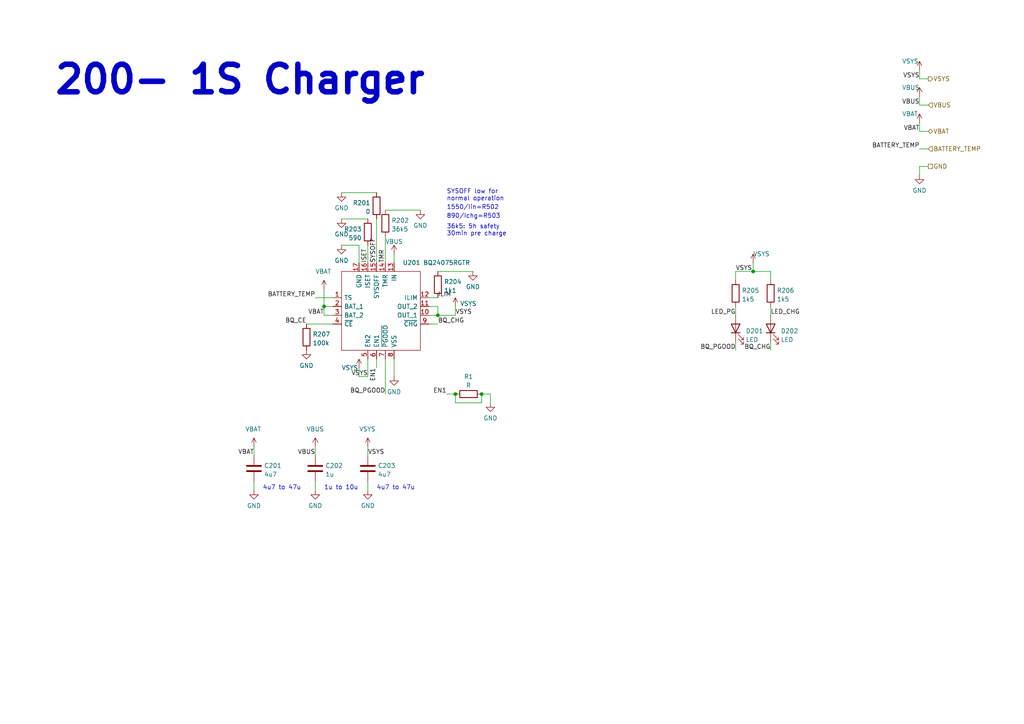
<source format=kicad_sch>
(kicad_sch (version 20230121) (generator eeschema)
  (paper "A4")
  (title_block (title "PSoM - ESP S3") (date "2023-04-17") (rev "HW00") (company "PumaCorp") (comment 1 "Design by: NdG"))
  (lib_symbols
    (symbol "Component lib:BQ24075RGTR" (pin_names (offset 0.762))
      (property "Reference" "U" (at 0 10.16 0))
      (property "Value" "BQ24075RGTR" (at 20.32 10.16 0))
      (symbol "BQ24075RGTR_0_0"
        (pin passive line (at 0 0 0) (length 2.54) (name "TS") (number "1"))
        (pin passive line (at 27.94 -5.08 180) (length 2.54) (name "OUT_1") (number "10"))
        (pin passive line (at 27.94 -2.54 180) (length 2.54) (name "OUT_2") (number "11"))
        (pin passive line (at 27.94 0 180) (length 2.54) (name "ILIM") (number "12"))
        (pin passive line (at 17.78 10.16 270) (length 2.54) (name "IN") (number "13"))
        (pin passive line (at 15.24 10.16 270) (length 2.54) (name "TMR") (number "14"))
        (pin passive line (at 12.7 10.16 270) (length 2.54) (name "SYSOFF") (number "15"))
        (pin passive line (at 10.16 10.16 270) (length 2.54) (name "ISET") (number "16"))
        (pin passive line (at 7.62 10.16 270) (length 2.54) (name "GND") (number "17"))
        (pin passive line (at 0 -2.54 0) (length 2.54) (name "BAT_1") (number "2"))
        (pin passive line (at 0 -5.08 0) (length 2.54) (name "BAT_2") (number "3"))
        (pin passive line (at 0 -7.62 0) (length 2.54) (name "~{CE}") (number "4"))
        (pin passive line (at 10.16 -17.78 90) (length 2.54) (name "EN2") (number "5"))
        (pin passive line (at 12.7 -17.78 90) (length 2.54) (name "EN1") (number "6"))
        (pin passive line (at 15.24 -17.78 90) (length 2.54) (name "~{PGOOD}") (number "7"))
        (pin passive line (at 17.78 -17.78 90) (length 2.54) (name "VSS") (number "8"))
        (pin passive line (at 27.94 -7.62 180) (length 2.54) (name "~{CHG}") (number "9"))
      )
      (symbol "BQ24075RGTR_0_1"
        (rectangle (start 2.54 7.62) (end 25.4 -15.24) (stroke (width 0.1524)))
      )
    )
    (symbol "Component lib:C" (pin_numbers hide) (pin_names (offset 0.254))
      (property "Reference" "C" (at 0.635 -1.27 0))
      (property "Value" "C" (at 0.635 -6.35 0))
      (symbol "C_0_1"
        (polyline (pts (xy -2.032 -4.572) (xy 2.032 -4.572)) (stroke (width 0.508)))
        (polyline (pts (xy -2.032 -3.048) (xy 2.032 -3.048)) (stroke (width 0.508)))
      )
      (symbol "C_1_1"
        (pin passive line (at 0 0 270) (length 2.794) (name "~") (number "1"))
        (pin passive line (at 0 -7.62 90) (length 2.794) (name "~") (number "2"))
      )
    )
    (symbol "Component lib:VBAT" (power) (pin_numbers hide) (in_bom no) (on_board no)
      (property "Value" "VBAT" (at 0 3.81 0))
      (symbol "VBAT_0_0"
        (pin passive line (at 0 0 90) (length 2.54) hide (name "") (number ""))
      )
      (symbol "VBAT_0_1"
        (polyline (pts (xy 0 0) (xy 0 2.54) (xy 0.635 1.27) (xy 0 2.54) (xy -0.635 1.27)) (stroke (width 0.1524)))
      )
    )
    (symbol "Component lib:VSYS" (power) (pin_numbers hide) (in_bom no) (on_board no)
      (property "Value" "VSYS" (at 0 3.81 0))
      (symbol "VSYS_0_0"
        (pin passive line (at 0 0 90) (length 2.54) hide (name "") (number ""))
      )
      (symbol "VSYS_0_1"
        (polyline (pts (xy 0 0) (xy 0 2.54) (xy 0.635 1.27) (xy 0 2.54) (xy -0.635 1.27)) (stroke (width 0.1524)))
      )
    )
    (symbol "Component_lib:LED" (pin_numbers hide) (pin_names (offset 1.016) hide)
      (property "Reference" "D" (at 3.81 2.54 0))
      (property "Value" "LED" (at 3.81 -2.54 0))
      (symbol "LED_0_1"
        (polyline (pts (xy 2.54 -1.27) (xy 2.54 1.27)) (stroke (width 0.254)))
        (polyline (pts (xy 2.54 0) (xy 5.08 0)))
        (polyline (pts (xy 5.08 -1.27) (xy 5.08 1.27) (xy 2.54 0) (xy 5.08 -1.27)) (stroke (width 0.254)))
        (polyline (pts (xy 0.762 -0.762) (xy -0.762 -2.286) (xy 0 -2.286) (xy -0.762 -2.286) (xy -0.762 -1.524)))
        (polyline (pts (xy 2.032 -0.762) (xy 0.508 -2.286) (xy 1.27 -2.286) (xy 0.508 -2.286) (xy 0.508 -1.524)))
      )
      (symbol "LED_1_1"
        (pin passive line (at 0 0 0) (length 2.54) (name "K") (number "1"))
        (pin passive line (at 7.62 0 180) (length 2.54) (name "A") (number "2"))
      )
    )
    (symbol "Component_lib:R" (pin_numbers hide) (pin_names (offset 0))
      (property "Reference" "R" (at 2.032 -3.81 90))
      (property "Value" "R" (at 0 -3.81 90))
      (symbol "R_0_1"
        (rectangle (start -1.016 -6.35) (end 1.016 -1.27) (stroke (width 0.254)))
      )
      (symbol "R_1_1"
        (pin passive line (at 0 0 270) (length 1.27) (name "~") (number "1"))
        (pin passive line (at 0 -7.62 90) (length 1.27) (name "~") (number "2"))
      )
    )
    (symbol "power:GND" (power) (pin_names (offset 0))
      (property "Value" "GND" (at 0 -3.81 0))
      (symbol "GND_0_1"
        (polyline (pts (xy 0 0) (xy 0 -1.27) (xy 1.27 -1.27) (xy 0 -2.54) (xy -1.27 -1.27) (xy 0 -1.27)))
      )
      (symbol "GND_1_1"
        (pin power_in line (at 0 0 270) (length 0) hide (name "GND") (number "1"))
      )
    )
    (symbol "power:VBUS" (power) (pin_names (offset 0))
      (property "Value" "VBUS" (at 0 3.81 0))
      (symbol "VBUS_0_1"
        (polyline (pts (xy -0.762 1.27) (xy 0 2.54)))
        (polyline (pts (xy 0 0) (xy 0 2.54)))
        (polyline (pts (xy 0 2.54) (xy 0.762 1.27)))
      )
      (symbol "VBUS_1_1"
        (pin power_in line (at 0 0 90) (length 0) hide (name "VBUS") (number "1"))
      )
    )
  )
  (junction (at 218.44 78.74))
  (junction (at 132.08 114.3))
  (junction (at 93.98 88.9))
  (junction (at 139.7 114.3))
  (junction (at 127 91.44))
  (wire (pts (xy 139.7 116.84) (xy 139.7 114.3)))
  (wire (pts (xy 266.7 43.18) (xy 269.24 43.18)))
  (wire (pts (xy 132.08 114.3) (xy 132.08 116.84)))
  (wire (pts (xy 104.14 71.12) (xy 104.14 76.2)))
  (wire (pts (xy 104.14 109.22) (xy 104.14 106.68)))
  (wire (pts (xy 106.68 129.54) (xy 106.68 132.08)))
  (wire (pts (xy 132.08 116.84) (xy 139.7 116.84)))
  (wire (pts (xy 124.46 88.9) (xy 127 88.9)))
  (wire (pts (xy 139.7 114.3) (xy 142.24 114.3)))
  (wire (pts (xy 213.36 99.06) (xy 213.36 101.6)))
  (wire (pts (xy 111.76 104.14) (xy 111.76 114.3)))
  (wire (pts (xy 73.66 142.24) (xy 73.66 139.7)))
  (wire (pts (xy 111.76 60.96) (xy 121.92 60.96)))
  (wire (pts (xy 269.24 48.26) (xy 266.7 48.26)))
  (wire (pts (xy 269.24 38.1) (xy 266.7 38.1)))
  (wire (pts (xy 114.3 73.66) (xy 114.3 76.2)))
  (wire (pts (xy 111.76 68.58) (xy 111.76 76.2)))
  (wire (pts (xy 129.54 114.3) (xy 132.08 114.3)))
  (wire (pts (xy 93.98 88.9) (xy 93.98 91.44)))
  (wire (pts (xy 266.7 38.1) (xy 266.7 35.56)))
  (wire (pts (xy 91.44 86.36) (xy 96.52 86.36)))
  (wire (pts (xy 91.44 129.54) (xy 91.44 132.08)))
  (wire (pts (xy 266.7 48.26) (xy 266.7 50.8)))
  (wire (pts (xy 213.36 78.74) (xy 218.44 78.74)))
  (wire (pts (xy 266.7 30.48) (xy 266.7 27.94)))
  (wire (pts (xy 93.98 83.82) (xy 93.98 88.9)))
  (wire (pts (xy 218.44 76.2) (xy 218.44 78.74)))
  (wire (pts (xy 127 88.9) (xy 127 91.44)))
  (wire (pts (xy 127 78.74) (xy 137.16 78.74)))
  (wire (pts (xy 99.06 55.88) (xy 109.22 55.88)))
  (wire (pts (xy 91.44 142.24) (xy 91.44 139.7)))
  (wire (pts (xy 218.44 78.74) (xy 223.52 78.74)))
  (wire (pts (xy 269.24 30.48) (xy 266.7 30.48)))
  (wire (pts (xy 99.06 63.5) (xy 106.68 63.5)))
  (wire (pts (xy 88.9 93.98) (xy 96.52 93.98)))
  (wire (pts (xy 124.46 86.36) (xy 127 86.36)))
  (wire (pts (xy 73.66 129.54) (xy 73.66 132.08)))
  (wire (pts (xy 124.46 93.98) (xy 127 93.98)))
  (wire (pts (xy 114.3 104.14) (xy 114.3 109.22)))
  (wire (pts (xy 124.46 91.44) (xy 127 91.44)))
  (wire (pts (xy 142.24 114.3) (xy 142.24 116.84)))
  (wire (pts (xy 106.68 142.24) (xy 106.68 139.7)))
  (wire (pts (xy 109.22 63.5) (xy 109.22 76.2)))
  (wire (pts (xy 106.68 109.22) (xy 106.68 104.14)))
  (wire (pts (xy 223.52 78.74) (xy 223.52 81.28)))
  (wire (pts (xy 96.52 88.9) (xy 93.98 88.9)))
  (wire (pts (xy 266.7 22.86) (xy 266.7 20.32)))
  (wire (pts (xy 223.52 99.06) (xy 223.52 101.6)))
  (wire (pts (xy 213.36 81.28) (xy 213.36 78.74)))
  (wire (pts (xy 132.08 91.44) (xy 132.08 88.9)))
  (wire (pts (xy 104.14 109.22) (xy 106.68 109.22)))
  (wire (pts (xy 109.22 104.14) (xy 109.22 106.68)))
  (wire (pts (xy 127 91.44) (xy 132.08 91.44)))
  (wire (pts (xy 213.36 91.44) (xy 213.36 88.9)))
  (wire (pts (xy 93.98 91.44) (xy 96.52 91.44)))
  (wire (pts (xy 269.24 22.86) (xy 266.7 22.86)))
  (wire (pts (xy 106.68 71.12) (xy 106.68 76.2)))
  (wire (pts (xy 99.06 71.12) (xy 104.14 71.12)))
  (wire (pts (xy 223.52 91.44) (xy 223.52 88.9)))
  (text "890/Ichg=R503" (at 129.54 63.5 0) (effects (font (size 1.27 1.27)) (justify left bottom)))
  (text "200- 1S Charger" (at 15.24 27.94 0) (effects (font (size 8 8) (thickness 1.6) bold) (justify left bottom)))
  (text "4u7 to 47u" (at 109.22 142.24 0) (effects (font (size 1.27 1.27)) (justify left bottom)))
  (text "1u to 10u" (at 93.98 142.24 0) (effects (font (size 1.27 1.27)) (justify left bottom)))
  (text "SYSOFF low for \nnormal operation\n" (at 129.54 58.42 0) (effects (font (size 1.27 1.27)) (justify left bottom)))
  (text "4u7 to 47u" (at 76.2 142.24 0) (effects (font (size 1.27 1.27)) (justify left bottom)))
  (text "36k5: 5h safety \n30min pre charge" (at 129.54 68.58 0) (effects (font (size 1.27 1.27)) (justify left bottom)))
  (text "1550/Iin=R502" (at 129.54 60.96 0) (effects (font (size 1.27 1.27)) (justify left bottom)))
  (label "LED_PG" (at 213.36 91.44 180))
  (label "ILIM" (at 127 86.36 0))
  (label "EN1" (at 129.54 114.3 180))
  (label "BQ_PGOOD" (at 111.76 114.3 180))
  (label "VSYS" (at 132.08 91.44 0))
  (label "BQ_CHG" (at 223.52 101.6 180))
  (label "VBUS" (at 266.7 30.48 180))
  (label "VBUS" (at 91.44 132.08 180))
  (label "VSYS" (at 213.36 78.74 0))
  (label "VSYS" (at 106.68 132.08 0))
  (label "LED_CHG" (at 223.52 91.44 0))
  (label "VBAT" (at 73.66 132.08 180))
  (label "BQ_PGOOD" (at 213.36 101.6 180))
  (label "TMR" (at 111.76 76.2 90))
  (label "BATTERY_TEMP" (at 91.44 86.36 180))
  (label "BATTERY_TEMP" (at 266.7 43.18 180))
  (label "EN1" (at 109.22 106.68 270))
  (label "BQ_CHG" (at 127 93.98 0))
  (label "VBAT" (at 266.7 38.1 180))
  (label "VBAT" (at 93.98 91.44 180))
  (label "BQ_CE" (at 88.9 93.98 180))
  (label "ISET" (at 106.68 76.2 90))
  (label "VSYS" (at 106.68 109.22 180))
  (label "SYSOFF" (at 109.22 76.2 90))
  (label "VSYS" (at 266.7 22.86 180))
  (hierarchical_label "BATTERY_TEMP" (shape input) (at 269.24 43.18 0))
  (hierarchical_label "VBAT" (shape bidirectional) (at 269.24 38.1 0))
  (hierarchical_label "VSYS" (shape output) (at 269.24 22.86 0))
  (hierarchical_label "GND" (shape passive) (at 269.24 48.26 0))
  (hierarchical_label "VBUS" (shape input) (at 269.24 30.48 0))
  (symbol (lib_id "power:GND") (at 99.06 63.5 0) (unit 1)
    (property "Reference" "#PWR0205" (effects hide))
    (property "Value" "GND" (at 99.06 67.9434 0))
  )
  (symbol (lib_id "Component lib:VBAT") (at 266.7 35.56 0) (unit 1) (in_bom no) (on_board no)
    (property "Reference" "#VBAT0201" (effects hide))
    (property "Value" "VBAT" (at 261.62 33.02 0) (effects (justify left)))
  )
  (symbol (lib_id "power:VBUS") (at 266.7 27.94 0) (unit 1)
    (property "Reference" "#PWR0201" (effects hide))
    (property "Value" "VBUS" (at 264.16 25.4 0))
  )
  (symbol (lib_id "Component_lib:R") (at 111.76 68.58 180) (unit 1)
    (property "Reference" "R202" (at 113.538 63.9353 0) (effects (justify right)))
    (property "Value" "36k5" (at 113.538 66.4722 0) (effects (justify right)))
    (property "Footprint" "Resistor_SMD:R_0402_1005Metric" (effects hide))
  )
  (symbol (lib_id "Component_lib:R") (at 106.68 71.12 0) (mirror x) (unit 1)
    (property "Reference" "R203" (at 104.902 66.4753 0) (effects (justify right)))
    (property "Value" "590" (at 104.902 69.0122 0) (effects (justify right)))
    (property "Footprint" "Resistor_SMD:R_0402_1005Metric" (effects hide))
  )
  (symbol (lib_id "power:VBUS") (at 91.44 129.54 0) (unit 1)
    (property "Reference" "#PWR0121" (effects hide))
    (property "Value" "VBUS" (at 91.44 124.46 0))
  )
  (symbol (lib_id "Component lib:VSYS") (at 106.68 129.54 0) (unit 1) (in_bom no) (on_board no)
    (property "Reference" "#VSYS0105" (effects hide))
    (property "Value" "VSYS" (at 104.14 124.46 0) (effects (justify left)))
  )
  (symbol (lib_id "Component lib:BQ24075RGTR") (at 96.52 86.36 0) (unit 1)
    (property "Reference" "U201" (at 119.38 76.2 0))
    (property "Value" "BQ24075RGTR" (at 129.54 76.2 0))
    (property "Footprint" "Component_lib:QFN50P300X300X100-17N-D" (effects hide))
    (property "Datasheet" "http://www.ti.com/lit/ds/symlink/bq24075.pdf" (effects hide))
    (property "Description" "USB-Friendly Li-Ion Battery Charger and Power-Path Management IC, Vout 5.5V" (effects hide))
    (property "Height" "1" (effects hide))
    (property "Mouser Part Number" "595-BQ24075RGTR" (effects hide))
    (property "Mouser Price/Stock" "https://www.mouser.co.uk/ProductDetail/Texas-Instruments/BQ24075RGTR?qs=XGzIaZb%2FFYKTADIJv746hA%3D%3D" (effects hide))
    (property "Manufacturer_Name" "Texas Instruments" (effects hide))
    (property "Manufacturer_Part_Number" "BQ24075RGTR" (effects hide))
  )
  (symbol (lib_id "Component lib:C") (at 106.68 132.08 0) (unit 1)
    (property "Reference" "C203" (at 109.601 135.0553 0) (effects (justify left)))
    (property "Value" "4u7" (at 109.601 137.5922 0) (effects (justify left)))
    (property "Footprint" "Capacitor_SMD:C_0603_1608Metric" (effects hide))
  )
  (symbol (lib_id "power:GND") (at 88.9 101.6 0) (unit 1)
    (property "Reference" "#PWR0209" (effects hide))
    (property "Value" "GND" (at 88.9 106.0434 0))
  )
  (symbol (lib_id "power:GND") (at 137.16 78.74 0) (unit 1)
    (property "Reference" "#PWR0208" (effects hide))
    (property "Value" "GND" (at 137.16 83.1834 0))
  )
  (symbol (lib_id "Component lib:VBAT") (at 73.66 129.54 0) (unit 1) (in_bom no) (on_board no)
    (property "Reference" "#VBAT0103" (effects hide))
    (property "Value" "VBAT" (at 71.12 124.46 0) (effects (justify left)))
  )
  (symbol (lib_id "power:GND") (at 99.06 71.12 0) (unit 1)
    (property "Reference" "#PWR0206" (effects hide))
    (property "Value" "GND" (at 99.06 75.5634 0))
  )
  (symbol (lib_id "power:GND") (at 73.66 142.24 0) (unit 1)
    (property "Reference" "#PWR0124" (effects hide))
    (property "Value" "GND" (at 73.66 146.6834 0))
  )
  (symbol (lib_id "Component_lib:R") (at 88.9 93.98 0) (unit 1)
    (property "Reference" "R207" (at 90.678 96.9553 0) (effects (justify left)))
    (property "Value" "100k" (at 90.678 99.4922 0) (effects (justify left)))
    (property "Footprint" "Resistor_SMD:R_0402_1005Metric" (effects hide))
  )
  (symbol (lib_id "Component lib:VSYS") (at 132.08 88.9 0) (unit 1) (in_bom no) (on_board no)
    (property "Reference" "#VSYS0201" (effects hide))
    (property "Value" "VSYS" (at 133.4262 88.0638 0) (effects (justify left)))
  )
  (symbol (lib_id "Component lib:C") (at 91.44 132.08 0) (unit 1)
    (property "Reference" "C202" (at 94.361 135.0553 0) (effects (justify left)))
    (property "Value" "1u" (at 94.361 137.5922 0) (effects (justify left)))
    (property "Footprint" "Capacitor_SMD:C_0603_1608Metric" (effects hide))
  )
  (symbol (lib_id "power:GND") (at 266.7 50.8 0) (unit 1)
    (property "Reference" "#PWR0202" (effects hide))
    (property "Value" "GND" (at 266.7 55.2434 0))
  )
  (symbol (lib_id "Component_lib:R") (at 109.22 63.5 0) (mirror x) (unit 1)
    (property "Reference" "R201" (at 107.442 58.8553 0) (effects (justify right)))
    (property "Value" "0" (at 107.442 61.3922 0) (effects (justify right)))
    (property "Footprint" "Resistor_SMD:R_0402_1005Metric" (effects hide))
  )
  (symbol (lib_id "power:GND") (at 91.44 142.24 0) (unit 1)
    (property "Reference" "#PWR0123" (effects hide))
    (property "Value" "GND" (at 91.44 146.6834 0))
  )
  (symbol (lib_id "power:GND") (at 142.24 116.84 0) (unit 1)
    (property "Reference" "#PWR010" (effects hide))
    (property "Value" "GND" (at 142.24 121.2834 0))
    (instances (project "ESP_S2_SoM_HW00" (path "" (reference "#PWR010") (unit 1))) (project "PMK_Keyboard" (path "" (reference "#PWR0210") (unit 1))))
  )
  (symbol (lib_id "Component_lib:LED") (at 213.36 99.06 90) (unit 1)
    (property "Reference" "D201" (at 216.281 96.0028 90) (effects (justify right)))
    (property "Value" "LED" (at 216.281 98.5397 90) (effects (justify right)))
    (property "Footprint" "LED_SMD:LED_0402_1005Metric" (effects hide))
  )
  (symbol (lib_id "power:VBUS") (at 114.3 73.66 0) (unit 1)
    (property "Reference" "#PWR0207" (effects hide))
    (property "Value" "VBUS" (at 114.3 70.0842 0))
  )
  (symbol (lib_id "power:GND") (at 114.3 109.22 0) (unit 1)
    (property "Reference" "#PWR0210" (effects hide))
    (property "Value" "GND" (at 114.3 113.6634 0))
  )
  (symbol (lib_id "power:GND") (at 99.06 55.88 0) (unit 1)
    (property "Reference" "#PWR0203" (effects hide))
    (property "Value" "GND" (at 99.06 60.3234 0))
  )
  (symbol (lib_id "power:GND") (at 106.68 142.24 0) (unit 1)
    (property "Reference" "#PWR0122" (effects hide))
    (property "Value" "GND" (at 106.68 146.6834 0))
  )
  (symbol (lib_id "Component_lib:R") (at 132.08 114.3 90) (unit 1)
    (property "Reference" "R1" (at 135.89 109.22 90))
    (property "Value" "R" (at 135.89 111.76 90))
    (property "Footprint" "Resistor_SMD:R_0402_1005Metric" (effects hide))
  )
  (symbol (lib_id "Component_lib:R") (at 127 78.74 0) (unit 1)
    (property "Reference" "R204" (at 128.778 81.7153 0) (effects (justify left)))
    (property "Value" "1k1" (at 128.778 84.2522 0) (effects (justify left)))
    (property "Footprint" "Resistor_SMD:R_0402_1005Metric" (effects hide))
  )
  (symbol (lib_id "Component lib:VSYS") (at 266.7 20.32 0) (unit 1) (in_bom no) (on_board no)
    (property "Reference" "#VSYS0108" (effects hide))
    (property "Value" "VSYS" (at 261.62 17.78 0) (effects (justify left)))
  )
  (symbol (lib_id "Component_lib:R") (at 223.52 81.28 0) (unit 1)
    (property "Reference" "R206" (at 225.298 84.2553 0) (effects (justify left)))
    (property "Value" "1k5" (at 225.298 86.7922 0) (effects (justify left)))
    (property "Footprint" "Resistor_SMD:R_0402_1005Metric" (effects hide))
  )
  (symbol (lib_id "Component lib:C") (at 73.66 132.08 0) (unit 1)
    (property "Reference" "C201" (at 76.581 135.0553 0) (effects (justify left)))
    (property "Value" "4u7" (at 76.581 137.5922 0) (effects (justify left)))
    (property "Footprint" "Capacitor_SMD:C_0603_1608Metric" (effects hide))
  )
  (symbol (lib_id "Component_lib:R") (at 213.36 81.28 0) (unit 1)
    (property "Reference" "R205" (at 215.138 84.2553 0) (effects (justify left)))
    (property "Value" "1k5" (at 215.138 86.7922 0) (effects (justify left)))
    (property "Footprint" "Resistor_SMD:R_0402_1005Metric" (effects hide))
  )
  (symbol (lib_id "Component lib:VBAT") (at 93.98 83.82 0) (unit 1) (in_bom no) (on_board no)
    (property "Reference" "#VBAT0202" (effects hide))
    (property "Value" "VBAT" (at 91.44 78.74 0) (effects (justify left)))
  )
  (symbol (lib_id "Component lib:VSYS") (at 218.44 76.2 0) (unit 1) (in_bom no) (on_board no)
    (property "Reference" "#VSYS0107" (effects hide))
    (property "Value" "VSYS" (at 218.44 73.66 0) (effects (justify left)))
  )
  (symbol (lib_id "Component lib:VSYS") (at 104.14 106.68 0) (unit 1) (in_bom no) (on_board no)
    (property "Reference" "#VSYS0106" (effects hide))
    (property "Value" "VSYS" (at 99.06 106.68 0) (effects (justify left)))
  )
  (symbol (lib_id "Component_lib:LED") (at 223.52 99.06 90) (unit 1)
    (property "Reference" "D202" (at 226.441 96.0028 90) (effects (justify right)))
    (property "Value" "LED" (at 226.441 98.5397 90) (effects (justify right)))
    (property "Footprint" "LED_SMD:LED_0402_1005Metric" (effects hide))
  )
  (symbol (lib_id "power:GND") (at 121.92 60.96 0) (unit 1)
    (property "Reference" "#PWR0204" (effects hide))
    (property "Value" "GND" (at 121.92 65.4034 0))
  )
)
</source>
